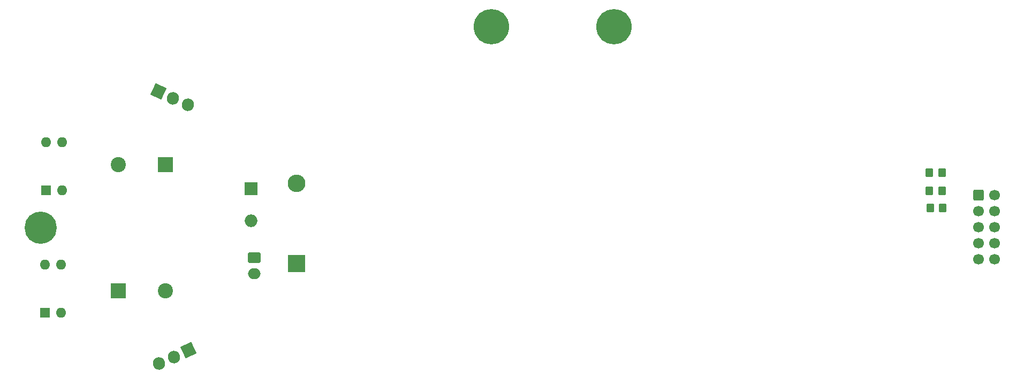
<source format=gbr>
%TF.GenerationSoftware,KiCad,Pcbnew,8.0.6*%
%TF.CreationDate,2024-11-15T00:49:57-05:00*%
%TF.ProjectId,LinePCB,4c696e65-5043-4422-9e6b-696361645f70,rev?*%
%TF.SameCoordinates,Original*%
%TF.FileFunction,Soldermask,Top*%
%TF.FilePolarity,Negative*%
%FSLAX46Y46*%
G04 Gerber Fmt 4.6, Leading zero omitted, Abs format (unit mm)*
G04 Created by KiCad (PCBNEW 8.0.6) date 2024-11-15 00:49:57*
%MOMM*%
%LPD*%
G01*
G04 APERTURE LIST*
G04 Aperture macros list*
%AMRoundRect*
0 Rectangle with rounded corners*
0 $1 Rounding radius*
0 $2 $3 $4 $5 $6 $7 $8 $9 X,Y pos of 4 corners*
0 Add a 4 corners polygon primitive as box body*
4,1,4,$2,$3,$4,$5,$6,$7,$8,$9,$2,$3,0*
0 Add four circle primitives for the rounded corners*
1,1,$1+$1,$2,$3*
1,1,$1+$1,$4,$5*
1,1,$1+$1,$6,$7*
1,1,$1+$1,$8,$9*
0 Add four rect primitives between the rounded corners*
20,1,$1+$1,$2,$3,$4,$5,0*
20,1,$1+$1,$4,$5,$6,$7,0*
20,1,$1+$1,$6,$7,$8,$9,0*
20,1,$1+$1,$8,$9,$2,$3,0*%
%AMHorizOval*
0 Thick line with rounded ends*
0 $1 width*
0 $2 $3 position (X,Y) of the first rounded end (center of the circle)*
0 $4 $5 position (X,Y) of the second rounded end (center of the circle)*
0 Add line between two ends*
20,1,$1,$2,$3,$4,$5,0*
0 Add two circle primitives to create the rounded ends*
1,1,$1,$2,$3*
1,1,$1,$4,$5*%
%AMRotRect*
0 Rectangle, with rotation*
0 The origin of the aperture is its center*
0 $1 length*
0 $2 width*
0 $3 Rotation angle, in degrees counterclockwise*
0 Add horizontal line*
21,1,$1,$2,0,0,$3*%
G04 Aperture macros list end*
%ADD10C,5.100000*%
%ADD11RoundRect,0.250000X-0.600000X-0.600000X0.600000X-0.600000X0.600000X0.600000X-0.600000X0.600000X0*%
%ADD12C,1.700000*%
%ADD13RoundRect,0.250000X-0.350000X-0.450000X0.350000X-0.450000X0.350000X0.450000X-0.350000X0.450000X0*%
%ADD14R,2.000000X2.000000*%
%ADD15O,2.000000X2.000000*%
%ADD16R,2.800000X2.800000*%
%ADD17O,2.800000X2.800000*%
%ADD18R,1.600000X1.600000*%
%ADD19O,1.600000X1.600000*%
%ADD20R,2.400000X2.400000*%
%ADD21C,2.400000*%
%ADD22C,5.600000*%
%ADD23RotRect,1.905000X2.000000X205.000000*%
%ADD24HorizOval,1.905000X-0.020074X0.043050X0.020074X-0.043050X0*%
%ADD25RoundRect,0.250000X-0.750000X0.600000X-0.750000X-0.600000X0.750000X-0.600000X0.750000X0.600000X0*%
%ADD26O,2.000000X1.700000*%
%ADD27RotRect,1.905000X2.000000X335.000000*%
%ADD28HorizOval,1.905000X-0.020074X-0.043050X0.020074X0.043050X0*%
G04 APERTURE END LIST*
D10*
%TO.C,H1*%
X19002000Y-100000000D03*
%TD*%
D11*
%TO.C,J1*%
X167340000Y-94840000D03*
D12*
X169880000Y-94840000D03*
X167340000Y-97380000D03*
X169880000Y-97380000D03*
X167340000Y-99920000D03*
X169880000Y-99920000D03*
X167340000Y-102460000D03*
X169880000Y-102460000D03*
X167340000Y-105000000D03*
X169880000Y-105000000D03*
%TD*%
D13*
%TO.C,R51*%
X159710000Y-96910000D03*
X161710000Y-96910000D03*
%TD*%
D14*
%TO.C,R52*%
X52305000Y-93860000D03*
D15*
X52305000Y-98940000D03*
%TD*%
D16*
%TO.C,U15*%
X59540000Y-105710000D03*
D17*
X59540000Y-93010000D03*
%TD*%
D13*
%TO.C,R49*%
X159570000Y-91270000D03*
X161570000Y-91270000D03*
%TD*%
D18*
%TO.C,U12*%
X19835000Y-94090000D03*
D19*
X22375000Y-94090000D03*
X22375000Y-86470000D03*
X19835000Y-86470000D03*
%TD*%
D20*
%TO.C,U10*%
X38770000Y-90000000D03*
D21*
X31270000Y-90000000D03*
%TD*%
D22*
%TO.C,H3*%
X109700000Y-68209100D03*
%TD*%
D23*
%TO.C,U6*%
X42382600Y-119420100D03*
D24*
X40080579Y-120493549D03*
X37778556Y-121567000D03*
%TD*%
D25*
%TO.C,J2*%
X52850000Y-104800000D03*
D26*
X52850000Y-107300000D03*
%TD*%
D20*
%TO.C,U9*%
X31270000Y-110000000D03*
D21*
X38770000Y-110000000D03*
%TD*%
D13*
%TO.C,R50*%
X159570000Y-94220000D03*
X161570000Y-94220000D03*
%TD*%
D22*
%TO.C,H2*%
X90300000Y-68209100D03*
%TD*%
D27*
%TO.C,U14*%
X37676000Y-78443100D03*
D28*
X39978021Y-79516551D03*
X42280043Y-80590000D03*
%TD*%
D18*
%TO.C,U7*%
X19725000Y-113490000D03*
D19*
X22265000Y-113490000D03*
X22265000Y-105870000D03*
X19725000Y-105870000D03*
%TD*%
M02*

</source>
